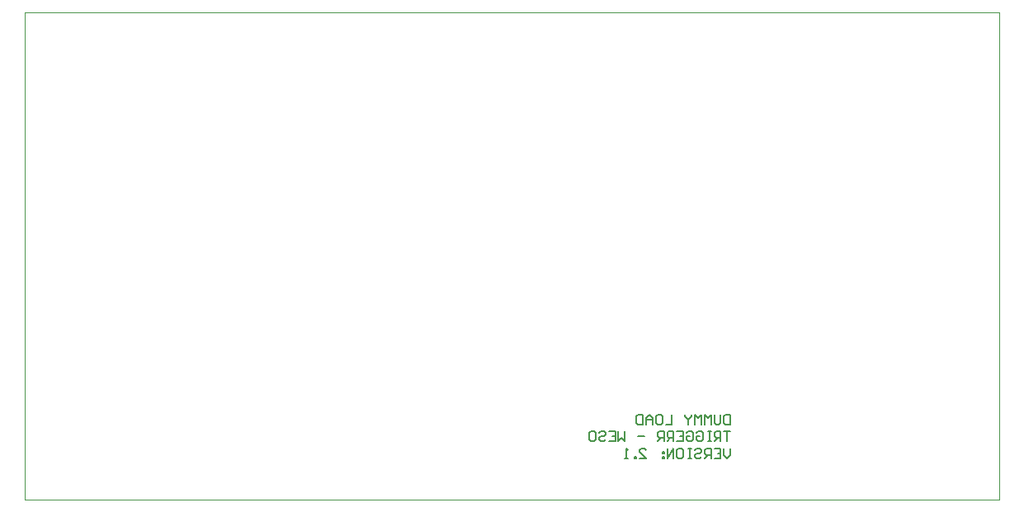
<source format=gbo>
%FSTAX24Y24*%
%MOIN*%
%SFA1B1*%

%IPPOS*%
%ADD38C,0.003900*%
%ADD62C,0.007900*%
%LNdummyv1-1*%
%LPD*%
G54D38*
X0Y0D02*
Y019685D01*
X03937*
Y0D02*
Y019685D01*
X0Y0D02*
X03937D01*
G54D62*
X028504Y002047D02*
Y001785D01*
X028373Y001654*
X028242Y001785*
Y002047*
X027848D02*
X02811D01*
Y001654*
X027848*
X02811Y00185D02*
X027979D01*
X027717Y001654D02*
Y002047D01*
X02752*
X027454Y001982*
Y00185*
X02752Y001785*
X027717*
X027586D02*
X027454Y001654D01*
X027061Y001982D02*
X027126Y002047D01*
X027258*
X027323Y001982*
Y001916*
X027258Y00185*
X027126*
X027061Y001785*
Y001719*
X027126Y001654*
X027258*
X027323Y001719*
X02693Y002047D02*
X026798D01*
X026864*
Y001654*
X02693*
X026798*
X026405Y002047D02*
X026536D01*
X026602Y001982*
Y001719*
X026536Y001654*
X026405*
X026339Y001719*
Y001982*
X026405Y002047*
X026208Y001654D02*
Y002047D01*
X025946Y001654*
Y002047*
X025815Y001916D02*
X025749D01*
Y00185*
X025815*
Y001916*
Y001719D02*
X025749D01*
Y001654*
X025815*
Y001719*
X024831Y001654D02*
X025093D01*
X024831Y001916*
Y001982*
X024896Y002047*
X025027*
X025093Y001982*
X024699Y001654D02*
Y001719D01*
X024634*
Y001654*
X024699*
X024371D02*
X02424D01*
X024306*
Y002047*
X024371Y001982*
X028504Y002756D02*
X028242D01*
X028373*
Y002362*
X02811D02*
Y002756D01*
X027914*
X027848Y00269*
Y002559*
X027914Y002493*
X02811*
X027979D02*
X027848Y002362D01*
X027717Y002756D02*
X027586D01*
X027651*
Y002362*
X027717*
X027586*
X027126Y00269D02*
X027192Y002756D01*
X027323*
X027389Y00269*
Y002428*
X027323Y002362*
X027192*
X027126Y002428*
Y002559*
X027258*
X026733Y00269D02*
X026798Y002756D01*
X02693*
X026995Y00269*
Y002428*
X02693Y002362*
X026798*
X026733Y002428*
Y002559*
X026864*
X026339Y002756D02*
X026602D01*
Y002362*
X026339*
X026602Y002559D02*
X02647D01*
X026208Y002362D02*
Y002756D01*
X026011*
X025946Y00269*
Y002559*
X026011Y002493*
X026208*
X026077D02*
X025946Y002362D01*
X025815D02*
Y002756D01*
X025618*
X025552Y00269*
Y002559*
X025618Y002493*
X025815*
X025683D02*
X025552Y002362D01*
X025027Y002559D02*
X024765D01*
X02424Y002756D02*
Y002362D01*
X024109Y002493*
X023978Y002362*
Y002756*
X023584D02*
X023847D01*
Y002362*
X023584*
X023847Y002559D02*
X023715D01*
X023191Y00269D02*
X023256Y002756D01*
X023387*
X023453Y00269*
Y002625*
X023387Y002559*
X023256*
X023191Y002493*
Y002428*
X023256Y002362*
X023387*
X023453Y002428*
X022863Y002756D02*
X022994D01*
X023059Y00269*
Y002428*
X022994Y002362*
X022863*
X022797Y002428*
Y00269*
X022863Y002756*
X028504Y003425D02*
Y003031D01*
X028307*
X028242Y003097*
Y003359*
X028307Y003425*
X028504*
X02811D02*
Y003097D01*
X028045Y003031*
X027914*
X027848Y003097*
Y003425*
X027717Y003031D02*
Y003425D01*
X027586Y003294*
X027454Y003425*
Y003031*
X027323D02*
Y003425D01*
X027192Y003294*
X027061Y003425*
Y003031*
X02693Y003425D02*
Y003359D01*
X026798Y003228*
X026667Y003359*
Y003425*
X026798Y003228D02*
Y003031D01*
X026142Y003425D02*
Y003031D01*
X02588*
X025552Y003425D02*
X025683D01*
X025749Y003359*
Y003097*
X025683Y003031*
X025552*
X025487Y003097*
Y003359*
X025552Y003425*
X025355Y003031D02*
Y003294D01*
X025224Y003425*
X025093Y003294*
Y003031*
Y003228*
X025355*
X024962Y003425D02*
Y003031D01*
X024765*
X024699Y003097*
Y003359*
X024765Y003425*
X024962*
M02*
</source>
